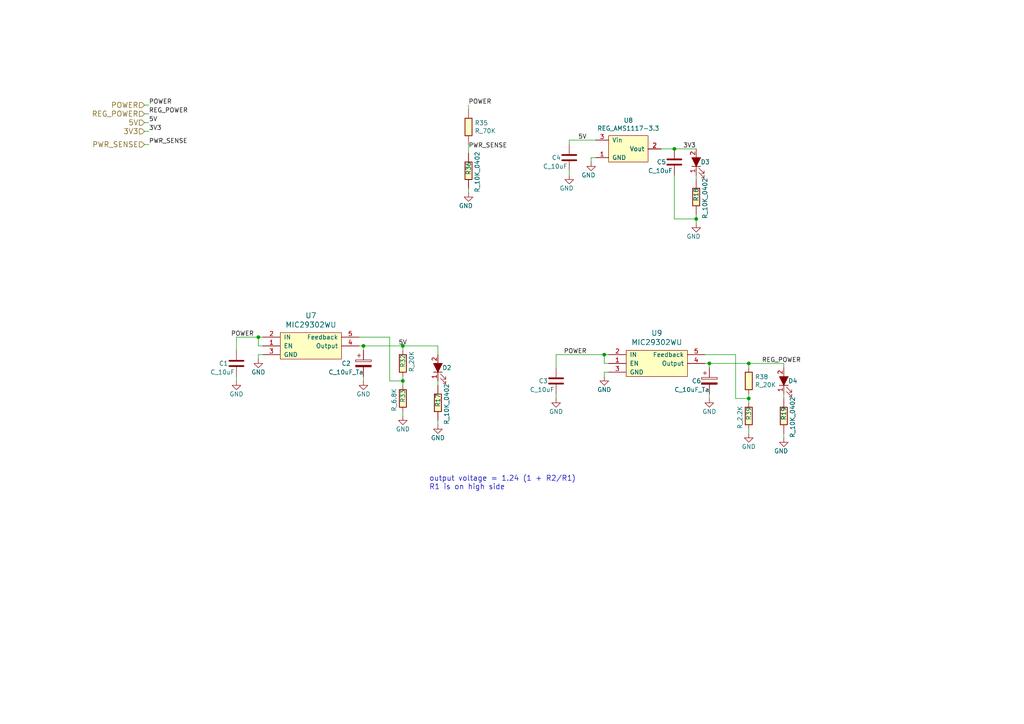
<source format=kicad_sch>
(kicad_sch (version 20211123) (generator eeschema)
  (paper "A4")
  (lib_symbols
    (symbol "C_10uF_1" (pin_numbers hide) (pin_names (offset 0.254))
      (property "Reference" "C" (at 0.635 2.54 0))
      (property "Value" "C_10uF_1" (at 1.27 -2.54 0))
      (symbol "C_10uF_1_0_1"
        (polyline (pts (xy -2.032 -0.762) (xy 2.032 -0.762)) (stroke (width 0.508)))
        (polyline (pts (xy -2.032 0.762) (xy 2.032 0.762)) (stroke (width 0.508)))
      )
      (symbol "C_10uF_1_1_1"
        (pin passive line (at 0 3.81 270) (length 2.794) (name "~") (number "1"))
        (pin passive line (at 0 -3.81 90) (length 2.794) (name "~") (number "2"))
      )
    )
    (symbol "C_10uF_2" (pin_numbers hide) (pin_names (offset 0.254))
      (property "Reference" "C" (at 0.635 2.54 0))
      (property "Value" "C_10uF_2" (at 1.27 -2.54 0))
      (symbol "C_10uF_2_0_1"
        (polyline (pts (xy -2.032 -0.762) (xy 2.032 -0.762)) (stroke (width 0.508)))
        (polyline (pts (xy -2.032 0.762) (xy 2.032 0.762)) (stroke (width 0.508)))
      )
      (symbol "C_10uF_2_1_1"
        (pin passive line (at 0 3.81 270) (length 2.794) (name "~") (number "1"))
        (pin passive line (at 0 -3.81 90) (length 2.794) (name "~") (number "2"))
      )
    )
    (symbol "C_10uF_3" (pin_numbers hide) (pin_names (offset 0.254))
      (property "Reference" "C" (at 0.635 2.54 0))
      (property "Value" "C_10uF_3" (at 1.27 -2.54 0))
      (symbol "C_10uF_3_0_1"
        (polyline (pts (xy -2.032 -0.762) (xy 2.032 -0.762)) (stroke (width 0.508)))
        (polyline (pts (xy -2.032 0.762) (xy 2.032 0.762)) (stroke (width 0.508)))
      )
      (symbol "C_10uF_3_1_1"
        (pin passive line (at 0 3.81 270) (length 2.794) (name "~") (number "1"))
        (pin passive line (at 0 -3.81 90) (length 2.794) (name "~") (number "2"))
      )
    )
    (symbol "C_10uF_Ta_1" (pin_numbers hide) (pin_names (offset 0.254))
      (property "Reference" "C" (at 0.635 2.54 0))
      (property "Value" "C_10uF_Ta_1" (at 0.635 -2.54 0))
      (symbol "C_10uF_Ta_1_0_1"
        (rectangle (start -2.286 0.508) (end 2.286 1.016))
        (polyline (pts (xy -1.778 2.286) (xy -0.762 2.286)))
        (polyline (pts (xy -1.27 2.794) (xy -1.27 1.778)))
        (rectangle (start 2.286 -0.508) (end -2.286 -1.016) (fill (type outline)))
      )
      (symbol "C_10uF_Ta_1_1_1"
        (pin passive line (at 0 3.81 270) (length 2.794) (name "~") (number "1"))
        (pin passive line (at 0 -3.81 90) (length 2.794) (name "~") (number "2"))
      )
    )
    (symbol "LED_G_1" (pin_names (offset 1.016) hide)
      (property "Reference" "D" (at 0 2.54 0))
      (property "Value" "LED_G_1" (at 0 -2.54 0))
      (symbol "LED_G_1_0_1"
        (polyline (pts (xy -1.27 -1.27) (xy -1.27 1.27)) (stroke (width 0.2032)))
        (polyline (pts (xy 1.27 -1.27) (xy 1.27 1.27) (xy -1.27 0) (xy 1.27 -1.27)) (stroke (width 0.2032)) (fill (type outline)))
        (polyline (pts (xy -3.048 -0.762) (xy -4.572 -2.286) (xy -3.81 -2.286) (xy -4.572 -2.286) (xy -4.572 -1.524)))
        (polyline (pts (xy -1.778 -0.762) (xy -3.302 -2.286) (xy -2.54 -2.286) (xy -3.302 -2.286) (xy -3.302 -1.524)))
      )
      (symbol "LED_G_1_1_1"
        (pin passive line (at -3.81 0 0) (length 2.54) (name "K") (number "1"))
        (pin passive line (at 3.81 0 180) (length 2.54) (name "A") (number "2"))
      )
    )
    (symbol "LED_G_2" (pin_names (offset 1.016) hide)
      (property "Reference" "D" (at 0 2.54 0))
      (property "Value" "LED_G_2" (at 0 -2.54 0))
      (symbol "LED_G_2_0_1"
        (polyline (pts (xy -1.27 -1.27) (xy -1.27 1.27)) (stroke (width 0.2032)))
        (polyline (pts (xy 1.27 -1.27) (xy 1.27 1.27) (xy -1.27 0) (xy 1.27 -1.27)) (stroke (width 0.2032)) (fill (type outline)))
        (polyline (pts (xy -3.048 -0.762) (xy -4.572 -2.286) (xy -3.81 -2.286) (xy -4.572 -2.286) (xy -4.572 -1.524)))
        (polyline (pts (xy -1.778 -0.762) (xy -3.302 -2.286) (xy -2.54 -2.286) (xy -3.302 -2.286) (xy -3.302 -1.524)))
      )
      (symbol "LED_G_2_1_1"
        (pin passive line (at -3.81 0 0) (length 2.54) (name "K") (number "1"))
        (pin passive line (at 3.81 0 180) (length 2.54) (name "A") (number "2"))
      )
    )
    (symbol "MIC29302WU_1" (pin_names (offset 1.016))
      (property "Reference" "U" (at 7.62 -5.08 0))
      (property "Value" "MIC29302WU_1" (at 1.27 5.08 0))
      (symbol "MIC29302WU_1_0_1"
        (rectangle (start 10.16 3.81) (end -7.62 -3.81) (fill (type background)))
      )
      (symbol "MIC29302WU_1_1_1"
        (pin input line (at -12.7 0 0) (length 5.08) (name "EN") (number "1"))
        (pin input line (at -12.7 2.54 0) (length 5.08) (name "IN") (number "2"))
        (pin input line (at -12.7 -2.54 0) (length 5.08) (name "GND") (number "3"))
        (pin input line (at 15.24 0 180) (length 5.08) (name "Output") (number "4"))
        (pin input line (at 15.24 2.54 180) (length 5.08) (name "Feedback") (number "5"))
      )
    )
    (symbol "Open_Automation:C_10uF" (pin_numbers hide) (pin_names (offset 0.254))
      (property "Reference" "C" (at 0.635 2.54 0))
      (property "Value" "C_10uF" (at 1.27 -2.54 0))
      (symbol "C_10uF_0_1"
        (polyline (pts (xy -2.032 -0.762) (xy 2.032 -0.762)) (stroke (width 0.508)))
        (polyline (pts (xy -2.032 0.762) (xy 2.032 0.762)) (stroke (width 0.508)))
      )
      (symbol "C_10uF_1_1"
        (pin passive line (at 0 3.81 270) (length 2.794) (name "~") (number "1"))
        (pin passive line (at 0 -3.81 90) (length 2.794) (name "~") (number "2"))
      )
    )
    (symbol "Open_Automation:C_10uF_Ta" (pin_numbers hide) (pin_names (offset 0.254))
      (property "Reference" "C" (at 0.635 2.54 0))
      (property "Value" "C_10uF_Ta" (at 0.635 -2.54 0))
      (symbol "C_10uF_Ta_0_1"
        (rectangle (start -2.286 0.508) (end 2.286 1.016))
        (polyline (pts (xy -1.778 2.286) (xy -0.762 2.286)))
        (polyline (pts (xy -1.27 2.794) (xy -1.27 1.778)))
        (rectangle (start 2.286 -0.508) (end -2.286 -1.016) (fill (type outline)))
      )
      (symbol "C_10uF_Ta_1_1"
        (pin passive line (at 0 3.81 270) (length 2.794) (name "~") (number "1"))
        (pin passive line (at 0 -3.81 90) (length 2.794) (name "~") (number "2"))
      )
    )
    (symbol "Open_Automation:LED_G" (pin_names (offset 1.016) hide)
      (property "Reference" "D" (at 0 2.54 0))
      (property "Value" "LED_G" (at 0 -2.54 0))
      (symbol "LED_G_0_1"
        (polyline (pts (xy -1.27 -1.27) (xy -1.27 1.27)) (stroke (width 0.2032)))
        (polyline (pts (xy 1.27 -1.27) (xy 1.27 1.27) (xy -1.27 0) (xy 1.27 -1.27)) (stroke (width 0.2032)) (fill (type outline)))
        (polyline (pts (xy -3.048 -0.762) (xy -4.572 -2.286) (xy -3.81 -2.286) (xy -4.572 -2.286) (xy -4.572 -1.524)))
        (polyline (pts (xy -1.778 -0.762) (xy -3.302 -2.286) (xy -2.54 -2.286) (xy -3.302 -2.286) (xy -3.302 -1.524)))
      )
      (symbol "LED_G_1_1"
        (pin passive line (at -3.81 0 0) (length 2.54) (name "K") (number "1"))
        (pin passive line (at 3.81 0 180) (length 2.54) (name "A") (number "2"))
      )
    )
    (symbol "Open_Automation:MIC29302WU" (pin_names (offset 1.016))
      (property "Reference" "U" (at 7.62 -5.08 0))
      (property "Value" "MIC29302WU" (at 1.27 5.08 0))
      (symbol "MIC29302WU_0_1"
        (rectangle (start 10.16 3.81) (end -7.62 -3.81) (fill (type background)))
      )
      (symbol "MIC29302WU_1_1"
        (pin input line (at -12.7 0 0) (length 5.08) (name "EN") (number "1"))
        (pin input line (at -12.7 2.54 0) (length 5.08) (name "IN") (number "2"))
        (pin input line (at -12.7 -2.54 0) (length 5.08) (name "GND") (number "3"))
        (pin input line (at 15.24 0 180) (length 5.08) (name "Output") (number "4"))
        (pin input line (at 15.24 2.54 180) (length 5.08) (name "Feedback") (number "5"))
      )
    )
    (symbol "Open_Automation:REG_AMS1117-3.3" (pin_names (offset 1.016))
      (property "Reference" "U1" (at 3.175 -5.08 0))
      (property "Value" "REG_AMS1117-3.3" (at 0 6.35 0))
      (symbol "REG_AMS1117-3.3_0_1"
        (rectangle (start -6.35 3.81) (end 5.08 -3.81) (fill (type background)))
      )
      (symbol "REG_AMS1117-3.3_1_1"
        (pin open_collector line (at -10.16 -2.54 0) (length 3.81) (name "GND") (number "1"))
        (pin input line (at 8.89 0 180) (length 3.81) (name "Vout") (number "2"))
        (pin input line (at 8.89 0 180) (length 3.81) (name "Vout") (number "2"))
        (pin power_in line (at -10.16 2.54 0) (length 3.81) (name "Vin") (number "3"))
      )
    )
    (symbol "Open_Automation:R_10K_0402" (pin_numbers hide) (pin_names (offset 0))
      (property "Reference" "R" (at 0 0 90))
      (property "Value" "R_10K_0402" (at -1.905 0 90))
      (symbol "R_10K_0402_0_1"
        (rectangle (start -1.016 -2.54) (end 1.016 2.54) (stroke (width 0.254)) (fill (type background)))
      )
      (symbol "R_10K_0402_1_1"
        (pin passive line (at 0 -5.08 90) (length 2.54) (name "~") (number "1"))
        (pin passive line (at 0 5.08 270) (length 2.54) (name "~") (number "2"))
      )
    )
    (symbol "Open_Automation:R_2.2K" (pin_numbers hide) (pin_names (offset 0))
      (property "Reference" "R" (at 0 0 90))
      (property "Value" "R_2.2K" (at -1.905 0 90))
      (symbol "R_2.2K_0_1"
        (rectangle (start -1.016 -2.54) (end 1.016 2.54) (stroke (width 0.254)) (fill (type background)))
      )
      (symbol "R_2.2K_1_1"
        (pin passive line (at 0 3.81 270) (length 1.27) (name "~") (number "1"))
        (pin passive line (at 0 -3.81 90) (length 1.27) (name "~") (number "2"))
      )
    )
    (symbol "Open_Automation:R_20K" (pin_numbers hide) (pin_names (offset 0))
      (property "Reference" "R" (at 0 0 90))
      (property "Value" "R_20K" (at -1.905 0 90))
      (symbol "R_20K_0_1"
        (rectangle (start -1.016 -2.54) (end 1.016 2.54) (stroke (width 0.254)) (fill (type background)))
      )
      (symbol "R_20K_1_1"
        (pin passive line (at 0 3.81 270) (length 1.27) (name "~") (number "1"))
        (pin passive line (at 0 -3.81 90) (length 1.27) (name "~") (number "2"))
      )
    )
    (symbol "Open_Automation:R_6.8K" (pin_numbers hide) (pin_names (offset 0))
      (property "Reference" "R" (at 0 0 90))
      (property "Value" "R_6.8K" (at -1.905 0 90))
      (symbol "R_6.8K_0_1"
        (rectangle (start -1.016 -2.54) (end 1.016 2.54) (stroke (width 0.254)) (fill (type background)))
      )
      (symbol "R_6.8K_1_1"
        (pin passive line (at 0 3.81 270) (length 1.27) (name "~") (number "1"))
        (pin passive line (at 0 -3.81 90) (length 1.27) (name "~") (number "2"))
      )
    )
    (symbol "Open_Automation:R_70K" (pin_numbers hide) (pin_names (offset 0))
      (property "Reference" "R" (at 0 0 90))
      (property "Value" "R_70K" (at -1.905 0 90))
      (symbol "R_70K_0_1"
        (rectangle (start -1.016 -2.54) (end 1.016 2.54) (stroke (width 0.254)) (fill (type background)))
      )
      (symbol "R_70K_1_1"
        (pin passive line (at 0 -5.08 90) (length 2.54) (name "~") (number "1"))
        (pin passive line (at 0 5.08 270) (length 2.54) (name "~") (number "2"))
      )
    )
    (symbol "R_10K_0402_1" (pin_numbers hide) (pin_names (offset 0))
      (property "Reference" "R" (at 0 0 90))
      (property "Value" "R_10K_0402_1" (at -1.905 0 90))
      (symbol "R_10K_0402_1_0_1"
        (rectangle (start -1.016 -2.54) (end 1.016 2.54) (stroke (width 0.254)) (fill (type background)))
      )
      (symbol "R_10K_0402_1_1_1"
        (pin passive line (at 0 -5.08 90) (length 2.54) (name "~") (number "1"))
        (pin passive line (at 0 5.08 270) (length 2.54) (name "~") (number "2"))
      )
    )
    (symbol "R_10K_0402_2" (pin_numbers hide) (pin_names (offset 0))
      (property "Reference" "R" (at 0 0 90))
      (property "Value" "R_10K_0402_2" (at -1.905 0 90))
      (symbol "R_10K_0402_2_0_1"
        (rectangle (start -1.016 -2.54) (end 1.016 2.54) (stroke (width 0.254)) (fill (type background)))
      )
      (symbol "R_10K_0402_2_1_1"
        (pin passive line (at 0 -5.08 90) (length 2.54) (name "~") (number "1"))
        (pin passive line (at 0 5.08 270) (length 2.54) (name "~") (number "2"))
      )
    )
    (symbol "R_10K_0402_3" (pin_numbers hide) (pin_names (offset 0))
      (property "Reference" "R" (at 0 0 90))
      (property "Value" "R_10K_0402_3" (at -1.905 0 90))
      (symbol "R_10K_0402_3_0_1"
        (rectangle (start -1.016 -2.54) (end 1.016 2.54) (stroke (width 0.254)) (fill (type background)))
      )
      (symbol "R_10K_0402_3_1_1"
        (pin passive line (at 0 -5.08 90) (length 2.54) (name "~") (number "1"))
        (pin passive line (at 0 5.08 270) (length 2.54) (name "~") (number "2"))
      )
    )
    (symbol "R_20K_1" (pin_numbers hide) (pin_names (offset 0))
      (property "Reference" "R" (at 0 0 90))
      (property "Value" "R_20K_1" (at -1.905 0 90))
      (symbol "R_20K_1_0_1"
        (rectangle (start -1.016 -2.54) (end 1.016 2.54) (stroke (width 0.254)) (fill (type background)))
      )
      (symbol "R_20K_1_1_1"
        (pin passive line (at 0 3.81 270) (length 1.27) (name "~") (number "1"))
        (pin passive line (at 0 -3.81 90) (length 1.27) (name "~") (number "2"))
      )
    )
    (symbol "power:GND" (power) (pin_names (offset 0))
      (property "Value" "GND" (at 0 -3.81 0))
      (symbol "GND_0_1"
        (polyline (pts (xy 0 0) (xy 0 -1.27) (xy 1.27 -1.27) (xy 0 -2.54) (xy -1.27 -1.27) (xy 0 -1.27)))
      )
      (symbol "GND_1_1"
        (pin power_in line (at 0 0 270) (length 0) hide (name "GND") (number "1"))
      )
    )
  )
  (junction (at 175.26 102.87))
  (junction (at 105.41 100.33))
  (junction (at 116.84 100.33))
  (junction (at 116.84 110.49))
  (junction (at 217.17 115.57))
  (junction (at 74.93 97.79))
  (junction (at 217.17 105.41))
  (junction (at 205.74 105.41))
  (junction (at 195.58 43.18))
  (junction (at 201.93 63.5))
  (wire (pts (xy 195.58 50.8) (xy 195.58 63.5)))
  (wire (pts (xy 171.45 45.72) (xy 172.72 45.72)))
  (wire (pts (xy 105.41 100.33) (xy 104.14 100.33)))
  (wire (pts (xy 113.03 110.49) (xy 116.84 110.49)))
  (wire (pts (xy 74.93 102.87) (xy 76.2 102.87)))
  (wire (pts (xy 116.84 109.22) (xy 116.84 110.49)))
  (wire (pts (xy 201.93 52.07) (xy 201.93 50.8)))
  (wire (pts (xy 217.17 105.41) (xy 227.33 105.41)))
  (wire (pts (xy 127 110.49) (xy 127 111.76)))
  (wire (pts (xy 41.91 35.56) (xy 43.18 35.56)))
  (wire (pts (xy 165.1 50.8) (xy 165.1 49.53)))
  (wire (pts (xy 113.03 97.79) (xy 113.03 110.49)))
  (wire (pts (xy 195.58 43.18) (xy 201.93 43.18)))
  (wire (pts (xy 68.58 97.79) (xy 74.93 97.79)))
  (wire (pts (xy 175.26 107.95) (xy 176.53 107.95)))
  (wire (pts (xy 201.93 63.5) (xy 201.93 64.77)))
  (wire (pts (xy 227.33 114.3) (xy 227.33 115.57)))
  (wire (pts (xy 175.26 105.41) (xy 175.26 102.87)))
  (wire (pts (xy 41.91 41.91) (xy 43.18 41.91)))
  (wire (pts (xy 161.29 102.87) (xy 175.26 102.87)))
  (wire (pts (xy 217.17 115.57) (xy 217.17 116.84)))
  (wire (pts (xy 74.93 100.33) (xy 74.93 97.79)))
  (wire (pts (xy 41.91 33.02) (xy 43.18 33.02)))
  (wire (pts (xy 165.1 41.91) (xy 165.1 40.64)))
  (wire (pts (xy 227.33 125.73) (xy 227.33 127)))
  (wire (pts (xy 76.2 100.33) (xy 74.93 100.33)))
  (wire (pts (xy 127 100.33) (xy 127 102.87)))
  (wire (pts (xy 227.33 105.41) (xy 227.33 106.68)))
  (wire (pts (xy 74.93 97.79) (xy 76.2 97.79)))
  (wire (pts (xy 213.36 102.87) (xy 213.36 115.57)))
  (wire (pts (xy 116.84 110.49) (xy 116.84 111.76)))
  (wire (pts (xy 41.91 30.48) (xy 43.18 30.48)))
  (wire (pts (xy 191.77 43.18) (xy 195.58 43.18)))
  (wire (pts (xy 105.41 110.49) (xy 105.41 109.22)))
  (wire (pts (xy 217.17 125.73) (xy 217.17 124.46)))
  (wire (pts (xy 127 100.33) (xy 116.84 100.33)))
  (wire (pts (xy 68.58 101.6) (xy 68.58 97.79)))
  (wire (pts (xy 68.58 109.22) (xy 68.58 110.49)))
  (wire (pts (xy 176.53 105.41) (xy 175.26 105.41)))
  (wire (pts (xy 217.17 105.41) (xy 217.17 106.68)))
  (wire (pts (xy 205.74 115.57) (xy 205.74 114.3)))
  (wire (pts (xy 74.93 104.14) (xy 74.93 102.87)))
  (wire (pts (xy 205.74 106.68) (xy 205.74 105.41)))
  (wire (pts (xy 205.74 105.41) (xy 217.17 105.41)))
  (wire (pts (xy 213.36 115.57) (xy 217.17 115.57)))
  (wire (pts (xy 171.45 46.99) (xy 171.45 45.72)))
  (wire (pts (xy 127 121.92) (xy 127 123.19)))
  (wire (pts (xy 116.84 100.33) (xy 116.84 101.6)))
  (wire (pts (xy 161.29 106.68) (xy 161.29 102.87)))
  (wire (pts (xy 41.91 38.1) (xy 43.18 38.1)))
  (wire (pts (xy 135.89 41.91) (xy 135.89 44.45)))
  (wire (pts (xy 205.74 105.41) (xy 204.47 105.41)))
  (wire (pts (xy 105.41 101.6) (xy 105.41 100.33)))
  (wire (pts (xy 201.93 62.23) (xy 201.93 63.5)))
  (wire (pts (xy 105.41 100.33) (xy 116.84 100.33)))
  (wire (pts (xy 116.84 120.65) (xy 116.84 119.38)))
  (wire (pts (xy 175.26 102.87) (xy 176.53 102.87)))
  (wire (pts (xy 135.89 30.48) (xy 135.89 31.75)))
  (wire (pts (xy 165.1 40.64) (xy 172.72 40.64)))
  (wire (pts (xy 217.17 114.3) (xy 217.17 115.57)))
  (wire (pts (xy 135.89 55.88) (xy 135.89 54.61)))
  (wire (pts (xy 161.29 114.3) (xy 161.29 115.57)))
  (wire (pts (xy 204.47 102.87) (xy 213.36 102.87)))
  (wire (pts (xy 201.93 63.5) (xy 195.58 63.5)))
  (wire (pts (xy 175.26 109.22) (xy 175.26 107.95)))
  (wire (pts (xy 104.14 97.79) (xy 113.03 97.79)))
  (text "output voltage = 1.24 (1 + R2{slash}R1)\nR1 is on high side" (at 124.46 142.24 0) (effects (font (size 1.524 1.524)) (justify left bottom)))
  (label "POWER" (at 135.89 30.48 0))
  (label "POWER" (at 43.18 30.48 0))
  (label "3V3" (at 198.12 43.18 0))
  (label "3V3" (at 43.18 38.1 0))
  (label "5V" (at 115.57 100.33 0))
  (label "POWER" (at 73.66 97.79 180))
  (label "5V" (at 170.18 40.64 180))
  (label "PWR_SENSE" (at 43.18 41.91 0))
  (label "REG_POWER" (at 220.98 105.41 0))
  (label "PWR_SENSE" (at 135.89 43.18 0))
  (label "REG_POWER" (at 43.18 33.02 0))
  (label "POWER" (at 170.18 102.87 180))
  (label "5V" (at 43.18 35.56 0))
  (hierarchical_label "PWR_SENSE" (shape input) (at 41.91 41.91 180) (effects (font (size 1.524 1.524))))
  (hierarchical_label "5V" (shape input) (at 41.91 35.56 180) (effects (font (size 1.524 1.524))))
  (hierarchical_label "POWER" (shape input) (at 41.91 30.48 180) (effects (font (size 1.524 1.524))))
  (hierarchical_label "REG_POWER" (shape input) (at 41.91 33.02 180) (effects (font (size 1.524 1.524))))
  (hierarchical_label "3V3" (shape input) (at 41.91 38.1 180) (effects (font (size 1.524 1.524))))
  (symbol (lib_name "MIC29302WU_1") (lib_id "Open_Automation:MIC29302WU") (at 88.9 100.33 0) (unit 1)
    (property "Reference" "U7" (at 90.17 91.5162 0) (effects (font (size 1.524 1.524))))
    (property "Value" "MIC29302WU" (at 90.17 94.2086 0) (effects (font (size 1.524 1.524))))
    (property "Footprint" "Package_TO_SOT_SMD:TO-263-5_TabPin3" (effects hide))
    (property "Datasheet" "https://datasheet.lcsc.com/szlcsc/Microchip-Tech-MIC29302WU_C11149.pdf" (effects hide))
    (property "Part Number" "MIC29302WU-TR" (effects hide))
    (property "LCSC" "C11149" (effects hide))
  )
  (symbol (lib_id "power:GND") (at 135.89 55.88 0) (unit 1)
    (property "Reference" "#PWR066" (effects hide))
    (property "Value" "GND" (at 137.16 59.69 0) (effects (justify right)))
  )
  (symbol (lib_id "power:GND") (at 165.1 50.8 0) (unit 1)
    (property "Reference" "#PWR068" (effects hide))
    (property "Value" "GND" (at 166.37 54.61 0) (effects (justify right)))
  )
  (symbol (lib_id "power:GND") (at 171.45 46.99 0) (unit 1)
    (property "Reference" "#PWR069" (effects hide))
    (property "Value" "GND" (at 172.72 50.8 0) (effects (justify right)))
  )
  (symbol (lib_name "C_10uF_3") (lib_id "Open_Automation:C_10uF") (at 195.58 46.99 0) (unit 1)
    (property "Reference" "C5" (at 190.5 46.99 0) (effects (justify left)))
    (property "Value" "C_10uF" (at 187.96 49.53 0) (effects (justify left)))
    (property "Footprint" "Capacitor_SMD:C_0805_2012Metric_Pad1.18x1.45mm_HandSolder" (effects hide))
    (property "Datasheet" "https://datasheet.lcsc.com/szlcsc/Samsung-Electro-Mechanics-CL21A106KAYNNNE_C15850.pdf" (effects hide))
    (property "Part Number" "CL21A106KAYNNNE" (effects hide))
    (property "LCSC" "C15850" (effects hide))
  )
  (symbol (lib_id "Open_Automation:MIC29302WU") (at 189.23 105.41 0) (unit 1)
    (property "Reference" "U9" (at 190.5 96.5962 0) (effects (font (size 1.524 1.524))))
    (property "Value" "MIC29302WU" (at 190.5 99.2886 0) (effects (font (size 1.524 1.524))))
    (property "Footprint" "Package_TO_SOT_SMD:TO-263-5_TabPin3" (effects hide))
    (property "Datasheet" "https://datasheet.lcsc.com/szlcsc/Microchip-Tech-MIC29302WU_C11149.pdf" (effects hide))
    (property "Part Number" "MIC29302WU-TR" (effects hide))
    (property "LCSC" "C11149" (effects hide))
  )
  (symbol (lib_id "Open_Automation:C_10uF_Ta") (at 205.74 110.49 0) (unit 1)
    (property "Reference" "C6" (at 200.66 110.49 0) (effects (justify left)))
    (property "Value" "C_10uF_Ta" (at 195.58 113.03 0) (effects (justify left)))
    (property "Footprint" "Capacitor_Tantalum_SMD:CP_EIA-6032-15_Kemet-U_Pad2.25x2.35mm_HandSolder" (effects hide))
    (property "Datasheet" "https://datasheet.lcsc.com/szlcsc/KEMET-T491C106K025AT_C116748.pdf" (effects hide))
    (property "Part Number" "T491C106K025AT" (effects hide))
    (property "LCSC" "C116748" (effects hide))
  )
  (symbol (lib_name "C_10uF_Ta_1") (lib_id "Open_Automation:C_10uF_Ta") (at 105.41 105.41 0) (unit 1)
    (property "Reference" "C2" (at 99.06 105.41 0) (effects (justify left)))
    (property "Value" "C_10uF_Ta" (at 95.25 107.95 0) (effects (justify left)))
    (property "Footprint" "Capacitor_Tantalum_SMD:CP_EIA-6032-15_Kemet-U_Pad2.25x2.35mm_HandSolder" (effects hide))
    (property "Datasheet" "https://datasheet.lcsc.com/szlcsc/KEMET-T491C106K025AT_C116748.pdf" (effects hide))
    (property "Part Number" "T491C106K025AT" (effects hide))
    (property "LCSC" "C116748" (effects hide))
  )
  (symbol (lib_id "power:GND") (at 201.93 64.77 0) (unit 1)
    (property "Reference" "#PWR071" (effects hide))
    (property "Value" "GND" (at 203.2 68.58 0) (effects (justify right)))
  )
  (symbol (lib_id "power:GND") (at 227.33 127 0) (unit 1)
    (property "Reference" "#PWR074" (effects hide))
    (property "Value" "GND" (at 228.6 130.81 0) (effects (justify right)))
  )
  (symbol (lib_name "LED_G_1") (lib_id "Open_Automation:LED_G") (at 227.33 110.49 90) (unit 1)
    (property "Reference" "D4" (at 228.6 110.49 90) (effects (justify right)))
    (property "Value" "LED_G" (effects hide))
    (property "Footprint" "LED_SMD:LED_0603_1608Metric_Pad1.05x0.95mm_HandSolder" (effects hide))
    (property "Datasheet" "https://datasheet.lcsc.com/szlcsc/Everlight-Elec-19-217-BHC-ZL1M2RY-3T_C72041.pdf" (effects hide))
    (property "Part Number" "19-217/BHC-ZL1M2RY/3T" (effects hide))
    (property "LCSC" "C72041" (effects hide))
  )
  (symbol (lib_name "LED_G_2") (lib_id "Open_Automation:LED_G") (at 127 106.68 90) (unit 1)
    (property "Reference" "D2" (at 128.27 106.68 90) (effects (justify right)))
    (property "Value" "LED_G" (effects hide))
    (property "Footprint" "LED_SMD:LED_0603_1608Metric_Pad1.05x0.95mm_HandSolder" (effects hide))
    (property "Datasheet" "https://datasheet.lcsc.com/szlcsc/Everlight-Elec-19-217-BHC-ZL1M2RY-3T_C72041.pdf" (effects hide))
    (property "Part Number" "19-217/BHC-ZL1M2RY/3T" (effects hide))
    (property "LCSC" "C72041" (effects hide))
  )
  (symbol (lib_id "Open_Automation:C_10uF") (at 165.1 45.72 0) (unit 1)
    (property "Reference" "C4" (at 160.02 45.72 0) (effects (justify left)))
    (property "Value" "C_10uF" (at 157.48 48.26 0) (effects (justify left)))
    (property "Footprint" "Capacitor_SMD:C_0805_2012Metric_Pad1.18x1.45mm_HandSolder" (effects hide))
    (property "Datasheet" "https://datasheet.lcsc.com/szlcsc/Samsung-Electro-Mechanics-CL21A106KAYNNNE_C15850.pdf" (effects hide))
    (property "Part Number" "CL21A106KAYNNNE" (effects hide))
    (property "LCSC" "C15850" (effects hide))
  )
  (symbol (lib_name "C_10uF_2") (lib_id "Open_Automation:C_10uF") (at 68.58 105.41 0) (unit 1)
    (property "Reference" "C1" (at 63.5 105.41 0) (effects (justify left)))
    (property "Value" "C_10uF" (at 60.96 107.95 0) (effects (justify left)))
    (property "Footprint" "Capacitor_SMD:C_0805_2012Metric_Pad1.18x1.45mm_HandSolder" (effects hide))
    (property "Datasheet" "https://datasheet.lcsc.com/szlcsc/Samsung-Electro-Mechanics-CL21A106KAYNNNE_C15850.pdf" (effects hide))
    (property "Part Number" "CL21A106KAYNNNE" (effects hide))
    (property "LCSC" "C15850" (effects hide))
  )
  (symbol (lib_name "C_10uF_1") (lib_id "Open_Automation:C_10uF") (at 161.29 110.49 0) (unit 1)
    (property "Reference" "C3" (at 156.21 110.49 0) (effects (justify left)))
    (property "Value" "C_10uF" (at 153.67 113.03 0) (effects (justify left)))
    (property "Footprint" "Capacitor_SMD:C_0805_2012Metric_Pad1.18x1.45mm_HandSolder" (effects hide))
    (property "Datasheet" "https://datasheet.lcsc.com/szlcsc/Samsung-Electro-Mechanics-CL21A106KAYNNNE_C15850.pdf" (effects hide))
    (property "Part Number" "CL21A106KAYNNNE" (effects hide))
    (property "LCSC" "C15850" (effects hide))
  )
  (symbol (lib_id "power:GND") (at 105.41 110.49 0) (unit 1)
    (property "Reference" "#PWR063" (effects hide))
    (property "Value" "GND" (at 105.41 114.3 0))
  )
  (symbol (lib_id "power:GND") (at 116.84 120.65 0) (unit 1)
    (property "Reference" "#PWR064" (effects hide))
    (property "Value" "GND" (at 116.84 124.46 0))
  )
  (symbol (lib_id "power:GND") (at 217.17 125.73 0) (unit 1)
    (property "Reference" "#PWR073" (effects hide))
    (property "Value" "GND" (at 217.17 129.54 0))
  )
  (symbol (lib_id "power:GND") (at 175.26 109.22 0) (unit 1)
    (property "Reference" "#PWR070" (effects hide))
    (property "Value" "GND" (at 175.26 113.03 0))
  )
  (symbol (lib_id "power:GND") (at 68.58 110.49 0) (unit 1)
    (property "Reference" "#PWR061" (effects hide))
    (property "Value" "GND" (at 68.58 114.3 0))
  )
  (symbol (lib_id "power:GND") (at 74.93 104.14 0) (unit 1)
    (property "Reference" "#PWR062" (effects hide))
    (property "Value" "GND" (at 74.93 107.95 0))
  )
  (symbol (lib_id "power:GND") (at 127 123.19 0) (unit 1)
    (property "Reference" "#PWR065" (effects hide))
    (property "Value" "GND" (at 127 127 0))
  )
  (symbol (lib_id "power:GND") (at 161.29 115.57 0) (unit 1)
    (property "Reference" "#PWR067" (effects hide))
    (property "Value" "GND" (at 161.29 119.38 0))
  )
  (symbol (lib_id "power:GND") (at 205.74 115.57 0) (unit 1)
    (property "Reference" "#PWR072" (effects hide))
    (property "Value" "GND" (at 205.74 119.38 0))
  )
  (symbol (lib_id "Open_Automation:R_70K") (at 135.89 36.83 0) (unit 1)
    (property "Reference" "R35" (at 137.668 35.6616 0) (effects (justify left)))
    (property "Value" "R_70K" (at 137.668 37.973 0) (effects (justify left)))
    (property "Footprint" "Resistor_SMD:R_0603_1608Metric_Pad0.98x0.95mm_HandSolder" (effects hide))
    (property "Datasheet" "https://datasheet.lcsc.com/szlcsc/Uniroyal-Elec-0603WAF4703T5E_C23178.pdf" (effects hide))
    (property "Part Number" "0603WAF4703T5E" (effects hide))
    (property "LCSC" "C23178" (effects hide))
  )
  (symbol (lib_id "Open_Automation:R_2.2K") (at 217.17 120.65 0) (unit 1)
    (property "Reference" "R39" (at 217.17 121.92 90) (effects (justify left)))
    (property "Value" "R_2.2K" (at 214.63 124.46 90) (effects (justify left)))
    (property "Footprint" "Resistor_SMD:R_0402_1005Metric_Pad0.72x0.64mm_HandSolder" (effects hide))
    (property "Datasheet" "https://datasheet.lcsc.com/szlcsc/Uniroyal-Elec-0402WGF2201TCE_C25879.pdf" (effects hide))
    (property "LCSC" "C4190" (effects hide))
  )
  (symbol (lib_id "Open_Automation:R_20K") (at 217.17 110.49 0) (unit 1)
    (property "Reference" "R38" (at 218.948 109.3216 0) (effects (justify left)))
    (property "Value" "R_20K" (at 218.948 111.633 0) (effects (justify left)))
    (property "Footprint" "Resistor_SMD:R_0402_1005Metric_Pad0.72x0.64mm_HandSolder" (effects hide))
    (property "Datasheet" "https://datasheet.lcsc.com/szlcsc/Uniroyal-Elec-0402WGF2002TCE_C25765.pdf" (effects hide))
    (property "Part Number" "0402WGF2002TCE" (effects hide))
    (property "LCSC" "C25765" (effects hide))
  )
  (symbol (lib_name "R_20K_1") (lib_id "Open_Automation:R_20K") (at 116.84 105.41 0) (unit 1)
    (property "Reference" "R32" (at 116.84 106.68 90) (effects (justify left)))
    (property "Value" "R_20K" (at 119.38 107.95 90) (effects (justify left)))
    (property "Footprint" "Resistor_SMD:R_0402_1005Metric_Pad0.72x0.64mm_HandSolder" (effects hide))
    (property "Datasheet" "https://datasheet.lcsc.com/szlcsc/Uniroyal-Elec-0402WGF2002TCE_C25765.pdf" (effects hide))
    (property "Part Number" "0402WGF2002TCE" (effects hide))
    (property "LCSC" "C25765" (effects hide))
  )
  (symbol (lib_name "R_10K_0402_1") (lib_id "Open_Automation:R_10K_0402") (at 135.89 49.53 0) (unit 1)
    (property "Reference" "R36" (at 135.89 50.8 90) (effects (justify left)))
    (property "Value" "R_10K_0402" (at 138.43 55.88 90) (effects (justify left)))
    (property "Footprint" "Resistor_SMD:R_0402_1005Metric_Pad0.72x0.64mm_HandSolder" (effects hide))
    (property "Datasheet" "https://datasheet.lcsc.com/szlcsc/Uniroyal-Elec-0402WGF1002TCE_C25744.pdf" (effects hide))
    (property "Part Number" "0402WGF1002TCE" (effects hide))
    (property "LCSC" "C25744" (effects hide))
  )
  (symbol (lib_id "Open_Automation:REG_AMS1117-3.3") (at 182.88 43.18 0) (unit 1)
    (property "Reference" "U8" (at 182.245 34.925 0))
    (property "Value" "REG_AMS1117-3.3" (at 182.245 37.2364 0))
    (property "Footprint" "Package_TO_SOT_SMD:SOT-223-3_TabPin2" (effects hide))
    (property "Datasheet" "https://datasheet.lcsc.com/szlcsc/1811201117_Advanced-Monolithic-Systems-AMS-AMS1117-3-3_C6186.pdf" (effects hide))
    (property "Part Number" "AMS1117-3.3" (effects hide))
    (property "LCSC" "C347222" (effects hide))
  )
  (symbol (lib_id "Open_Automation:LED_G") (at 201.93 46.99 90) (unit 1)
    (property "Reference" "D3" (at 203.2 46.99 90) (effects (justify right)))
    (property "Value" "LED_G" (effects hide))
    (property "Footprint" "LED_SMD:LED_0603_1608Metric_Pad1.05x0.95mm_HandSolder" (effects hide))
    (property "Datasheet" "https://datasheet.lcsc.com/szlcsc/Everlight-Elec-19-217-BHC-ZL1M2RY-3T_C72041.pdf" (effects hide))
    (property "Part Number" "19-217/BHC-ZL1M2RY/3T" (effects hide))
    (property "LCSC" "C72041" (effects hide))
  )
  (symbol (lib_id "Open_Automation:R_6.8K") (at 116.84 115.57 0) (unit 1)
    (property "Reference" "R33" (at 116.84 116.84 90) (effects (justify left)))
    (property "Value" "R_6.8K" (at 114.3 119.38 90) (effects (justify left)))
    (property "Footprint" "Resistor_SMD:R_0603_1608Metric_Pad0.98x0.95mm_HandSolder" (effects hide))
    (property "Datasheet" "https://datasheet.lcsc.com/szlcsc/Uniroyal-Elec-0603WAF6801T5E_C23212.pdf" (effects hide))
    (property "Part Number" "0603WAF6801T5E" (effects hide))
    (property "LCSC" "C23212" (effects hide))
  )
  (symbol (lib_name "R_10K_0402_2") (lib_id "Open_Automation:R_10K_0402") (at 127 116.84 0) (unit 1)
    (property "Reference" "R17" (at 127 118.11 90) (effects (justify left)))
    (property "Value" "R_10K_0402" (at 129.54 123.19 90) (effects (justify left)))
    (property "Footprint" "Resistor_SMD:R_0402_1005Metric_Pad0.72x0.64mm_HandSolder" (effects hide))
    (property "Datasheet" "https://datasheet.lcsc.com/szlcsc/Uniroyal-Elec-0402WGF1002TCE_C25744.pdf" (effects hide))
    (property "Part Number" "0402WGF1002TCE" (effects hide))
    (property "LCSC" "C25744" (effects hide))
  )
  (symbol (lib_name "R_10K_0402_3") (lib_id "Open_Automation:R_10K_0402") (at 227.33 120.65 0) (unit 1)
    (property "Reference" "R19" (at 227.33 121.92 90) (effects (justify left)))
    (property "Value" "R_10K_0402" (at 229.87 127 90) (effects (justify left)))
    (property "Footprint" "Resistor_SMD:R_0402_1005Metric_Pad0.72x0.64mm_HandSolder" (effects hide))
    (property "Datasheet" "https://datasheet.lcsc.com/szlcsc/Uniroyal-Elec-0402WGF1002TCE_C25744.pdf" (effects hide))
    (property "Part Number" "0402WGF1002TCE" (effects hide))
    (property "LCSC" "C25744" (effects hide))
  )
  (symbol (lib_id "Open_Automation:R_10K_0402") (at 201.93 57.15 0) (unit 1)
    (property "Reference" "R18" (at 201.93 58.42 90) (effects (justify left)))
    (property "Value" "R_10K_0402" (at 204.47 63.5 90) (effects (justify left)))
    (property "Footprint" "Resistor_SMD:R_0402_1005Metric_Pad0.72x0.64mm_HandSolder" (effects hide))
    (property "Datasheet" "https://datasheet.lcsc.com/szlcsc/Uniroyal-Elec-0402WGF1002TCE_C25744.pdf" (effects hide))
    (property "Part Number" "0402WGF1002TCE" (effects hide))
    (property "LCSC" "C25744" (effects hide))
  )
)
</source>
